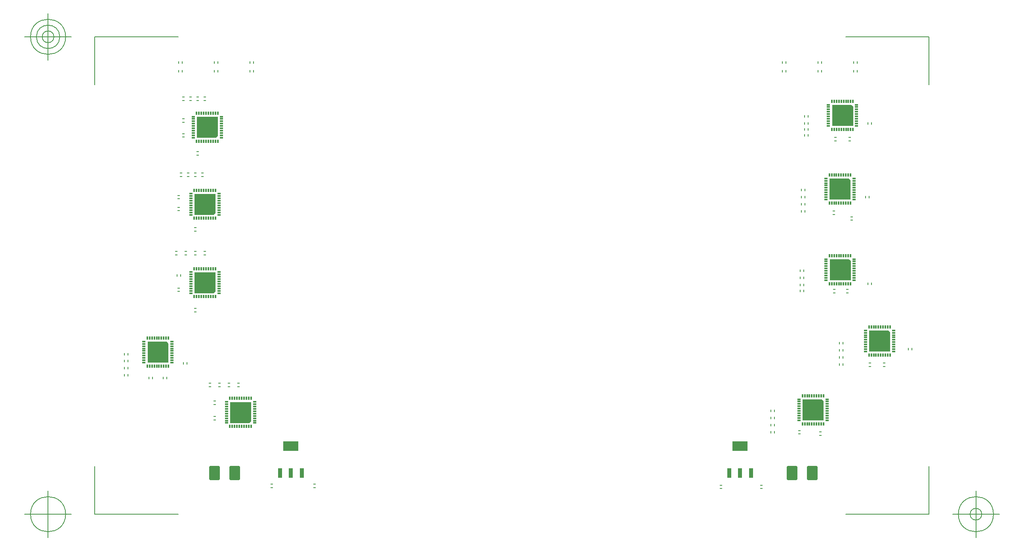
<source format=gbr>
G04 Generated by Ultiboard 14.2 *
%FSLAX24Y24*%
%MOIN*%

%ADD10C,0.0001*%
%ADD11C,0.0098*%
%ADD12C,0.0001*%
%ADD13C,0.0050*%
%ADD14R,0.0098X0.0197*%
%ADD15R,0.0197X0.0098*%
%ADD16R,0.0118X0.0315*%
%ADD17R,0.0315X0.0118*%
%ADD18R,0.0667X0.0967*%
%ADD19C,0.0233*%
%ADD20R,0.0374X0.0846*%
%ADD21R,0.1280X0.0846*%


G04 ColorRGB 009966 for the following layer *
%LNPaste Mask Bottom*%
%LPD*%
G54D10*
G54D11*
G36*
X66475Y14900D02*
X66475Y14900D01*
X66335Y15039D01*
X65379Y15039D01*
X65379Y13943D01*
X66475Y13943D01*
X66475Y14900D01*
D02*
G37*
X66335Y15039D01*
X65379Y15039D01*
X65379Y13943D01*
X66475Y13943D01*
X66475Y14900D01*
G36*
X63149Y20906D02*
X63149Y20906D01*
X63010Y21045D01*
X62054Y21045D01*
X62054Y19949D01*
X63149Y19949D01*
X63149Y20906D01*
D02*
G37*
X63010Y21045D01*
X62054Y21045D01*
X62054Y19949D01*
X63149Y19949D01*
X63149Y20906D01*
G36*
X5748Y13962D02*
X5748Y13962D01*
X5608Y14101D01*
X4652Y14101D01*
X4652Y13005D01*
X5748Y13005D01*
X5748Y13962D01*
D02*
G37*
X5608Y14101D01*
X4652Y14101D01*
X4652Y13005D01*
X5748Y13005D01*
X5748Y13962D01*
G36*
X9762Y31949D02*
X9762Y31949D01*
X9901Y32089D01*
X9901Y33045D01*
X8805Y33045D01*
X8805Y31949D01*
X9762Y31949D01*
D02*
G37*
X9901Y32089D01*
X9901Y33045D01*
X8805Y33045D01*
X8805Y31949D01*
X9762Y31949D01*
G36*
X63354Y33906D02*
X63354Y33906D01*
X63214Y34045D01*
X62258Y34045D01*
X62258Y32949D01*
X63354Y32949D01*
X63354Y33906D01*
D02*
G37*
X63214Y34045D01*
X62258Y34045D01*
X62258Y32949D01*
X63354Y32949D01*
X63354Y33906D01*
G36*
X12562Y7925D02*
X12562Y7925D01*
X12701Y8065D01*
X12701Y9021D01*
X11605Y9021D01*
X11605Y7925D01*
X12562Y7925D01*
D02*
G37*
X12701Y8065D01*
X12701Y9021D01*
X11605Y9021D01*
X11605Y7925D01*
X12562Y7925D01*
G36*
X9562Y25452D02*
X9562Y25452D01*
X9701Y25592D01*
X9701Y26548D01*
X8605Y26548D01*
X8605Y25452D01*
X9562Y25452D01*
D02*
G37*
X9701Y25592D01*
X9701Y26548D01*
X8605Y26548D01*
X8605Y25452D01*
X9562Y25452D01*
G36*
X63143Y27700D02*
X63143Y27700D01*
X63004Y27839D01*
X62048Y27839D01*
X62048Y26743D01*
X63143Y26743D01*
X63143Y27700D01*
D02*
G37*
X63004Y27839D01*
X62048Y27839D01*
X62048Y26743D01*
X63143Y26743D01*
X63143Y27700D01*
G36*
X60875Y9106D02*
X60875Y9106D01*
X60735Y9245D01*
X59779Y9245D01*
X59779Y8149D01*
X60875Y8149D01*
X60875Y9106D01*
D02*
G37*
X60735Y9245D01*
X59779Y9245D01*
X59779Y8149D01*
X60875Y8149D01*
X60875Y9106D01*
G36*
X9562Y18852D02*
X9562Y18852D01*
X9701Y18992D01*
X9701Y19948D01*
X8605Y19948D01*
X8605Y18852D01*
X9562Y18852D01*
D02*
G37*
X9701Y18992D01*
X9701Y19948D01*
X8605Y19948D01*
X8605Y18852D01*
X9562Y18852D01*
G54D12*
G36*
X66793Y15218D02*
X66793Y15218D01*
X66654Y15357D01*
X65061Y15357D01*
X65061Y13625D01*
X66793Y13625D01*
X66793Y15218D01*
D02*
G37*
X66654Y15357D01*
X65061Y15357D01*
X65061Y13625D01*
X66793Y13625D01*
X66793Y15218D01*
G36*
X63468Y21224D02*
X63468Y21224D01*
X63328Y21363D01*
X61735Y21363D01*
X61735Y19631D01*
X63468Y19631D01*
X63468Y21224D01*
D02*
G37*
X63328Y21363D01*
X61735Y21363D01*
X61735Y19631D01*
X63468Y19631D01*
X63468Y21224D01*
G36*
X6066Y14280D02*
X6066Y14280D01*
X5927Y14419D01*
X4334Y14419D01*
X4334Y12687D01*
X6066Y12687D01*
X6066Y14280D01*
D02*
G37*
X5927Y14419D01*
X4334Y14419D01*
X4334Y12687D01*
X6066Y12687D01*
X6066Y14280D01*
G36*
X10080Y31631D02*
X10080Y31631D01*
X10219Y31770D01*
X10219Y33363D01*
X8487Y33363D01*
X8487Y31631D01*
X10080Y31631D01*
D02*
G37*
X10219Y31770D01*
X10219Y33363D01*
X8487Y33363D01*
X8487Y31631D01*
X10080Y31631D01*
G36*
X63672Y34224D02*
X63672Y34224D01*
X63533Y34363D01*
X61940Y34363D01*
X61940Y32631D01*
X63672Y32631D01*
X63672Y34224D01*
D02*
G37*
X63533Y34363D01*
X61940Y34363D01*
X61940Y32631D01*
X63672Y32631D01*
X63672Y34224D01*
G36*
X12880Y7607D02*
X12880Y7607D01*
X13019Y7746D01*
X13019Y9339D01*
X11287Y9339D01*
X11287Y7607D01*
X12880Y7607D01*
D02*
G37*
X13019Y7746D01*
X13019Y9339D01*
X11287Y9339D01*
X11287Y7607D01*
X12880Y7607D01*
G36*
X9880Y25134D02*
X9880Y25134D01*
X10019Y25273D01*
X10019Y26866D01*
X8287Y26866D01*
X8287Y25134D01*
X9880Y25134D01*
D02*
G37*
X10019Y25273D01*
X10019Y26866D01*
X8287Y26866D01*
X8287Y25134D01*
X9880Y25134D01*
G36*
X63462Y28018D02*
X63462Y28018D01*
X63322Y28157D01*
X61729Y28157D01*
X61729Y26425D01*
X63462Y26425D01*
X63462Y28018D01*
D02*
G37*
X63322Y28157D01*
X61729Y28157D01*
X61729Y26425D01*
X63462Y26425D01*
X63462Y28018D01*
G36*
X61193Y9424D02*
X61193Y9424D01*
X61054Y9563D01*
X59461Y9563D01*
X59461Y7831D01*
X61193Y7831D01*
X61193Y9424D01*
D02*
G37*
X61054Y9563D01*
X59461Y9563D01*
X59461Y7831D01*
X61193Y7831D01*
X61193Y9424D01*
G36*
X9880Y18534D02*
X9880Y18534D01*
X10019Y18673D01*
X10019Y20266D01*
X8287Y20266D01*
X8287Y18534D01*
X9880Y18534D01*
D02*
G37*
X10019Y18673D01*
X10019Y20266D01*
X8287Y20266D01*
X8287Y18534D01*
X9880Y18534D01*
G54D13*
X-100Y-100D02*
X-100Y3920D01*
X-100Y-100D02*
X6920Y-100D01*
X70100Y-100D02*
X63080Y-100D01*
X70100Y-100D02*
X70100Y3920D01*
X70100Y40100D02*
X70100Y36080D01*
X70100Y40100D02*
X63080Y40100D01*
X-100Y40100D02*
X6920Y40100D01*
X-100Y40100D02*
X-100Y36080D01*
X-2069Y-100D02*
X-6006Y-100D01*
X-4037Y-2069D02*
X-4037Y1869D01*
X-5513Y-100D02*
G75*
D01*
G02X-5513Y-100I1476J0*
G01*
X72069Y-100D02*
X76006Y-100D01*
X74037Y-2069D02*
X74037Y1869D01*
X72561Y-100D02*
G75*
D01*
G02X72561Y-100I1476J0*
G01*
X73545Y-100D02*
G75*
D01*
G02X73545Y-100I492J0*
G01*
X-2069Y40100D02*
X-6006Y40100D01*
X-4037Y38131D02*
X-4037Y42069D01*
X-5513Y40100D02*
G75*
D01*
G02X-5513Y40100I1476J0*
G01*
X-5021Y40100D02*
G75*
D01*
G02X-5021Y40100I984J0*
G01*
X-4529Y40100D02*
G75*
D01*
G02X-4529Y40100I492J0*
G01*
G54D14*
X57749Y37198D03*
X58045Y37198D03*
X61045Y37198D03*
X60749Y37198D03*
X64045Y37198D03*
X63749Y37198D03*
X60749Y37948D03*
X61045Y37948D03*
X63749Y37948D03*
X64045Y37948D03*
X57749Y37948D03*
X58045Y37948D03*
X62561Y12497D03*
X62857Y12497D03*
X62857Y13097D03*
X62561Y13097D03*
X62857Y13697D03*
X62561Y13697D03*
X62857Y14297D03*
X62561Y14297D03*
X68355Y13794D03*
X68651Y13794D03*
X6949Y37198D03*
X7245Y37198D03*
X10245Y37198D03*
X9949Y37198D03*
X12949Y37198D03*
X13245Y37198D03*
X6949Y37948D03*
X7245Y37948D03*
X9949Y37948D03*
X10245Y37948D03*
X12949Y37948D03*
X13245Y37948D03*
X59253Y19800D03*
X59548Y19800D03*
X59253Y20400D03*
X59548Y20400D03*
X59253Y19200D03*
X59548Y19200D03*
X65251Y19297D03*
X64955Y19297D03*
X59253Y18697D03*
X59548Y18697D03*
X2379Y13353D03*
X2675Y13353D03*
X2379Y12800D03*
X2675Y12800D03*
X2379Y12200D03*
X2675Y12200D03*
X2379Y11600D03*
X2675Y11600D03*
X4748Y11353D03*
X4452Y11353D03*
X5948Y11353D03*
X5652Y11353D03*
X7651Y12600D03*
X7355Y12600D03*
X65251Y32800D03*
X64955Y32800D03*
X59631Y33400D03*
X59927Y33400D03*
X59631Y32297D03*
X59927Y32297D03*
X59631Y32800D03*
X59927Y32800D03*
X59631Y31800D03*
X59927Y31800D03*
X59355Y25400D03*
X59651Y25400D03*
X59355Y26000D03*
X59651Y26000D03*
X64755Y26600D03*
X65051Y26600D03*
X59355Y26600D03*
X59651Y26600D03*
X59355Y27200D03*
X59651Y27200D03*
X56779Y8600D03*
X57075Y8600D03*
X56779Y8000D03*
X57075Y8000D03*
X56779Y7400D03*
X57075Y7400D03*
X56779Y6800D03*
X57075Y6800D03*
X7101Y20000D03*
X6805Y20000D03*
G54D15*
X66309Y12349D03*
X66309Y12645D03*
X65109Y12645D03*
X65109Y12349D03*
X63202Y18845D03*
X63202Y18549D03*
X62103Y18549D03*
X62103Y18845D03*
X9153Y34749D03*
X9153Y35045D03*
X7953Y34749D03*
X7953Y35045D03*
X8553Y34749D03*
X8553Y35045D03*
X8553Y30445D03*
X8553Y30149D03*
X7355Y31652D03*
X7355Y31948D03*
X7355Y33198D03*
X7355Y32902D03*
X7353Y34749D03*
X7353Y35045D03*
X63406Y31645D03*
X63406Y31349D03*
X62206Y31349D03*
X62206Y31645D03*
X18398Y2445D03*
X18398Y2149D03*
X12000Y10646D03*
X12000Y10942D03*
X9977Y7846D03*
X9977Y8142D03*
X9977Y9445D03*
X9977Y9149D03*
X10400Y10646D03*
X10400Y10942D03*
X11200Y10646D03*
X11200Y10942D03*
X9600Y10646D03*
X9600Y10942D03*
X6953Y25452D03*
X6953Y25748D03*
X6953Y26452D03*
X6953Y26748D03*
X8952Y28645D03*
X8952Y28349D03*
X8352Y28645D03*
X8352Y28349D03*
X7752Y28349D03*
X7752Y28645D03*
X8352Y23749D03*
X8352Y24045D03*
X7152Y28645D03*
X7152Y28349D03*
X62097Y25149D03*
X62097Y25445D03*
X14798Y2445D03*
X14798Y2149D03*
X60951Y6845D03*
X60951Y6549D03*
X59200Y6948D03*
X59200Y6652D03*
X52600Y2348D03*
X52600Y2052D03*
X56000Y2348D03*
X56000Y2052D03*
X63600Y24948D03*
X63600Y24652D03*
X8355Y17245D03*
X8355Y16949D03*
X9155Y22045D03*
X9155Y21749D03*
X6953Y18652D03*
X6953Y18948D03*
X7555Y22045D03*
X7555Y21749D03*
X8355Y22045D03*
X8355Y21749D03*
X6755Y22045D03*
X6755Y21749D03*
G54D16*
X65041Y13310D03*
X65435Y13310D03*
X65238Y13310D03*
X65631Y13310D03*
X65828Y13310D03*
X66222Y13310D03*
X66025Y13310D03*
X66419Y13310D03*
X66616Y13310D03*
X66813Y13310D03*
X65041Y15672D03*
X65435Y15672D03*
X65238Y15672D03*
X65631Y15672D03*
X65828Y15672D03*
X66222Y15672D03*
X66025Y15672D03*
X66419Y15672D03*
X66616Y15672D03*
X66813Y15672D03*
X62109Y19316D03*
X61716Y19316D03*
X61913Y19316D03*
X62897Y19316D03*
X62306Y19316D03*
X62503Y19316D03*
X62700Y19316D03*
X63094Y19316D03*
X63291Y19316D03*
X63487Y19316D03*
X62109Y21678D03*
X61716Y21678D03*
X61913Y21678D03*
X62897Y21678D03*
X62306Y21678D03*
X62503Y21678D03*
X62700Y21678D03*
X63094Y21678D03*
X63291Y21678D03*
X63487Y21678D03*
X6086Y12372D03*
X6086Y14734D03*
X5298Y12372D03*
X5692Y12372D03*
X5889Y12372D03*
X5495Y12372D03*
X5298Y14734D03*
X5692Y14734D03*
X5889Y14734D03*
X5495Y14734D03*
X4511Y12372D03*
X4905Y12372D03*
X5102Y12372D03*
X4708Y12372D03*
X4511Y14734D03*
X4905Y14734D03*
X5102Y14734D03*
X4708Y14734D03*
X4314Y12372D03*
X4314Y14734D03*
X8467Y31316D03*
X8664Y31316D03*
X9058Y31316D03*
X9255Y31316D03*
X8861Y31316D03*
X9452Y31316D03*
X9845Y31316D03*
X10042Y31316D03*
X9648Y31316D03*
X10239Y31316D03*
X8467Y33678D03*
X8664Y33678D03*
X9058Y33678D03*
X9255Y33678D03*
X8861Y33678D03*
X9452Y33678D03*
X9845Y33678D03*
X10042Y33678D03*
X9648Y33678D03*
X10239Y33678D03*
X61920Y32316D03*
X62117Y32316D03*
X62314Y32316D03*
X62511Y32316D03*
X62708Y32316D03*
X62904Y32316D03*
X63101Y32316D03*
X63298Y32316D03*
X63495Y32316D03*
X63692Y32316D03*
X61920Y34678D03*
X62117Y34678D03*
X62314Y34678D03*
X62511Y34678D03*
X62708Y34678D03*
X62904Y34678D03*
X63101Y34678D03*
X63298Y34678D03*
X63495Y34678D03*
X63692Y34678D03*
X11858Y7292D03*
X11661Y7292D03*
X11464Y7292D03*
X11267Y7292D03*
X12645Y7292D03*
X12448Y7292D03*
X12055Y7292D03*
X12252Y7292D03*
X13039Y7292D03*
X12842Y7292D03*
X11858Y9654D03*
X11661Y9654D03*
X11267Y9654D03*
X11464Y9654D03*
X12645Y9654D03*
X12448Y9654D03*
X12055Y9654D03*
X12252Y9654D03*
X12842Y9654D03*
X13039Y9654D03*
X8661Y24819D03*
X8267Y24819D03*
X8464Y24819D03*
X9448Y24819D03*
X8858Y24819D03*
X9055Y24819D03*
X9252Y24819D03*
X9645Y24819D03*
X9842Y24819D03*
X10039Y24819D03*
X8661Y27181D03*
X8267Y27181D03*
X8464Y27181D03*
X9448Y27181D03*
X8858Y27181D03*
X9055Y27181D03*
X9252Y27181D03*
X9645Y27181D03*
X9842Y27181D03*
X10039Y27181D03*
X61710Y26110D03*
X61907Y26110D03*
X62103Y26110D03*
X62300Y26110D03*
X62497Y26110D03*
X62694Y26110D03*
X62891Y26110D03*
X63088Y26110D03*
X63285Y26110D03*
X63481Y26110D03*
X61710Y28472D03*
X61907Y28472D03*
X62103Y28472D03*
X62300Y28472D03*
X62497Y28472D03*
X62694Y28472D03*
X62891Y28472D03*
X63088Y28472D03*
X63285Y28472D03*
X63481Y28472D03*
X59835Y7516D03*
X59441Y7516D03*
X59638Y7516D03*
X60622Y7516D03*
X60031Y7516D03*
X60228Y7516D03*
X60425Y7516D03*
X60819Y7516D03*
X61016Y7516D03*
X61213Y7516D03*
X59835Y9878D03*
X59441Y9878D03*
X59638Y9878D03*
X60622Y9878D03*
X60031Y9878D03*
X60228Y9878D03*
X60425Y9878D03*
X60819Y9878D03*
X61016Y9878D03*
X61213Y9878D03*
X8661Y18219D03*
X8464Y18219D03*
X8267Y18219D03*
X8858Y18219D03*
X9448Y18219D03*
X9055Y18219D03*
X9252Y18219D03*
X9645Y18219D03*
X10039Y18219D03*
X9842Y18219D03*
X8661Y20581D03*
X8267Y20581D03*
X8464Y20581D03*
X8858Y20581D03*
X9448Y20581D03*
X9055Y20581D03*
X9252Y20581D03*
X9645Y20581D03*
X9842Y20581D03*
X10039Y20581D03*
G54D17*
X64746Y13605D03*
X64746Y13802D03*
X64746Y13999D03*
X64746Y14196D03*
X67108Y13605D03*
X67108Y13802D03*
X67108Y13999D03*
X67108Y14196D03*
X64746Y14393D03*
X64746Y14589D03*
X64746Y14786D03*
X64746Y14983D03*
X67108Y14393D03*
X67108Y14589D03*
X67108Y14786D03*
X67108Y14983D03*
X64746Y15180D03*
X64746Y15377D03*
X67108Y15180D03*
X67108Y15377D03*
X61420Y19611D03*
X63783Y19611D03*
X61420Y19808D03*
X61420Y20005D03*
X61420Y20202D03*
X61420Y20399D03*
X63783Y19808D03*
X63783Y20005D03*
X63783Y20202D03*
X63783Y20399D03*
X61420Y20595D03*
X61420Y20792D03*
X61420Y20989D03*
X61420Y21186D03*
X63783Y20595D03*
X63783Y20792D03*
X63783Y20989D03*
X63783Y21186D03*
X61420Y21383D03*
X63783Y21383D03*
X6381Y12864D03*
X6381Y12667D03*
X6381Y13652D03*
X6381Y13061D03*
X6381Y13258D03*
X6381Y13455D03*
X6381Y14439D03*
X6381Y13848D03*
X6381Y14045D03*
X6381Y14242D03*
X4019Y12864D03*
X4019Y12667D03*
X4019Y13652D03*
X4019Y13061D03*
X4019Y13258D03*
X4019Y13455D03*
X4019Y14439D03*
X4019Y13848D03*
X4019Y14045D03*
X4019Y14242D03*
X8172Y32202D03*
X8172Y31808D03*
X8172Y31611D03*
X8172Y32005D03*
X10534Y32202D03*
X10534Y31808D03*
X10534Y31611D03*
X10534Y32005D03*
X8172Y32989D03*
X8172Y32595D03*
X8172Y32399D03*
X8172Y32792D03*
X10534Y32989D03*
X10534Y32595D03*
X10534Y32399D03*
X10534Y32792D03*
X8172Y33383D03*
X8172Y33186D03*
X10534Y33383D03*
X10534Y33186D03*
X61625Y33005D03*
X61625Y32611D03*
X61625Y32808D03*
X63987Y33005D03*
X63987Y32611D03*
X63987Y32808D03*
X61625Y33792D03*
X61625Y33202D03*
X61625Y33399D03*
X61625Y33595D03*
X63987Y33792D03*
X63987Y33202D03*
X63987Y33399D03*
X63987Y33595D03*
X61625Y33989D03*
X61625Y34186D03*
X61625Y34383D03*
X63987Y33989D03*
X63987Y34186D03*
X63987Y34383D03*
X10972Y7784D03*
X10972Y7587D03*
X13334Y7784D03*
X13334Y7587D03*
X10972Y8178D03*
X10972Y7981D03*
X10972Y8572D03*
X10972Y8375D03*
X13334Y8178D03*
X13334Y7981D03*
X13334Y8572D03*
X13334Y8375D03*
X10972Y8965D03*
X10972Y8769D03*
X10972Y9359D03*
X10972Y9162D03*
X13334Y8965D03*
X13334Y8769D03*
X13334Y9359D03*
X13334Y9162D03*
X7972Y25311D03*
X7972Y25114D03*
X10334Y25311D03*
X10334Y25114D03*
X7972Y25508D03*
X7972Y25705D03*
X7972Y26098D03*
X7972Y25902D03*
X10334Y25508D03*
X10334Y25705D03*
X10334Y26098D03*
X10334Y25902D03*
X7972Y26295D03*
X7972Y26492D03*
X7972Y26886D03*
X7972Y26689D03*
X10334Y26295D03*
X10334Y26492D03*
X10334Y26886D03*
X10334Y26689D03*
X61414Y26799D03*
X61414Y26405D03*
X61414Y26602D03*
X61414Y26996D03*
X63777Y26799D03*
X63777Y26405D03*
X63777Y26602D03*
X63777Y26996D03*
X61414Y27586D03*
X61414Y27193D03*
X61414Y27389D03*
X61414Y27783D03*
X63777Y27586D03*
X63777Y27193D03*
X63777Y27389D03*
X63777Y27783D03*
X61414Y27980D03*
X61414Y28177D03*
X63777Y27980D03*
X63777Y28177D03*
X59146Y7811D03*
X61508Y7811D03*
X59146Y8402D03*
X59146Y8205D03*
X59146Y8008D03*
X59146Y8599D03*
X61508Y8402D03*
X61508Y8205D03*
X61508Y8008D03*
X61508Y8599D03*
X59146Y9189D03*
X59146Y8992D03*
X59146Y8795D03*
X59146Y9386D03*
X61508Y9189D03*
X61508Y8992D03*
X61508Y8795D03*
X61508Y9386D03*
X59146Y9583D03*
X61508Y9583D03*
X7972Y18514D03*
X7972Y18711D03*
X7972Y18908D03*
X10334Y18514D03*
X10334Y18711D03*
X10334Y18908D03*
X7972Y19105D03*
X7972Y19302D03*
X7972Y19498D03*
X7972Y19695D03*
X10334Y19105D03*
X10334Y19302D03*
X10334Y19498D03*
X10334Y19695D03*
X7972Y19892D03*
X7972Y20089D03*
X7972Y20286D03*
X10334Y19892D03*
X10334Y20089D03*
X10334Y20286D03*
G54D18*
X9950Y3400D03*
X11650Y3400D03*
X58550Y3400D03*
X60250Y3400D03*
G54D19*
X9617Y2917D02*
X10283Y2917D01*
X10283Y3883D01*
X9617Y3883D01*
X9617Y2917D01*D02*
X11317Y2917D02*
X11983Y2917D01*
X11983Y3883D01*
X11317Y3883D01*
X11317Y2917D01*D02*
X58217Y2917D02*
X58883Y2917D01*
X58883Y3883D01*
X58217Y3883D01*
X58217Y2917D01*D02*
X59917Y2917D02*
X60583Y2917D01*
X60583Y3883D01*
X59917Y3883D01*
X59917Y2917D01*D02*
G54D20*
X15493Y3355D03*
X16398Y3355D03*
X17304Y3355D03*
X53293Y3355D03*
X54198Y3355D03*
X55104Y3355D03*
G54D21*
X16398Y5639D03*
X54198Y5639D03*

M02*

</source>
